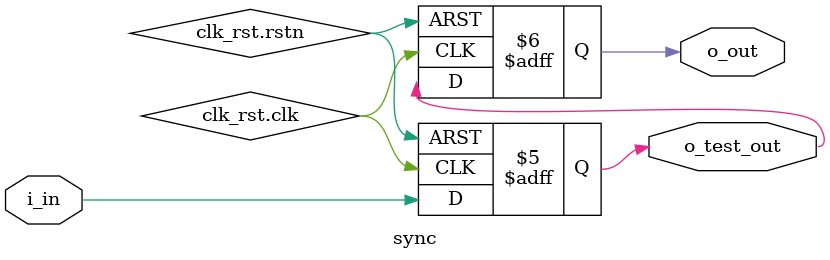
<source format=sv>
/**
 * Module: sync
 * 
 * Module for synchronization of a signal
 * 
 * SIZE: bit width of the signal
 */
module sync#(
    parameter SIZE  = 1
  ) (
		clk_reset_if.slave			clk_rst,
		input	logic [SIZE-1:0]	i_in,
		output	logic [SIZE-1:0]	o_test_out,
		output	logic [SIZE-1:0]	o_out
  );
	
	always_ff @(posedge clk_rst.clk, negedge clk_rst.rstn) begin
		if (!clk_rst.rstn) begin
			o_test_out	<= '0;
			o_out		<= '0;
		end else begin
			o_test_out	<= i_in;
			o_out		<= o_test_out;
		end
	end
endmodule


</source>
